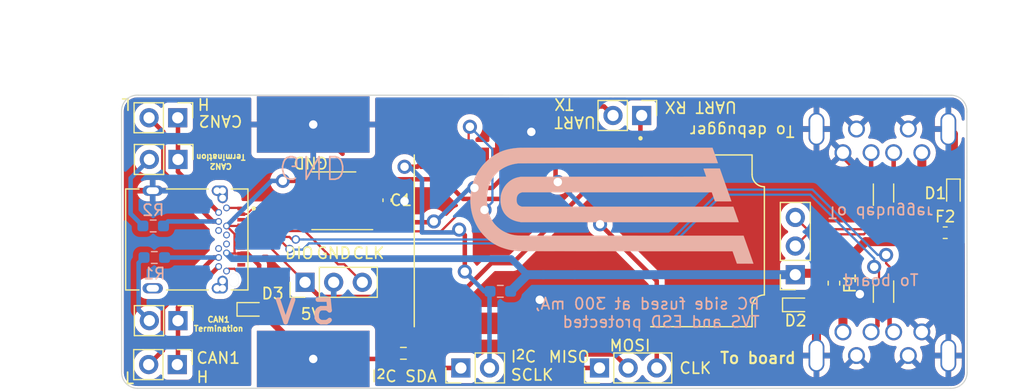
<source format=kicad_pcb>
(kicad_pcb (version 20221018) (generator pcbnew)
  (title_block (rev "${REVISION}") (company "Author:") (comment 1 "Reviewer:"))
  (layers (0 "F.Cu" signal) (31 "B.Cu" signal) (34 "B.Paste" user) (35 "F.Paste" user) (36 "B.SilkS" user "B.Silkscreen") (37 "F.SilkS" user "F.Silkscreen") (38 "B.Mask" user) (39 "F.Mask" user) (44 "Edge.Cuts" user))
  (property "REVISION" "0.1.0")
  (net 0 "")
  (net 1 "+5V")
  (net 2 "GND")
  (net 3 "/USB_PC_VBUS")
  (net 4 "/USB_PC_VBUS_2")
  (net 5 "/CAN1_H")
  (net 6 "/CAN1_L")
  (net 7 "/SWCLK")
  (net 8 "/USB_D+")
  (net 9 "/USB_D-")
  (net 10 "/SWDIO")
  (net 11 "/CAN2_L")
  (net 12 "/CAN2_H")
  (net 13 "/EXT_I2C_SDA")
  (net 14 "/EXT_I2C_SCLK")
  (net 15 "/EXT_UART_RX")
  (net 16 "/EXT_UART_TX")
  (net 17 "/EXT_SPI_MISO")
  (net 18 "/EXT_SPI_MOSI")
  (net 19 "/EXT_SPI_CLK")
  (net 20 "/USB_HOST-")
  (net 21 "/USB_HOST+")
  (net 22 "/DEBUGGER_USB_D-")
  (net 23 "/DEBUGGER_USB_D+")
  (net 24 "Net-(JP1-B)")
  (net 25 "Net-(JP2-B)")
  (net 30 "/TARGET_CAN_RX")
  (net 31 "/TARGET_CAN_TX")
  (net 44 "/USB_TO_DEBUGGER-")
  (net 45 "/USB_TO_DEBUGGER+")
  (footprint "Connector_PinHeader_2.54mm:PinHeader_1x03_P2.54mm_Vertical" (layer "F.Cu") (at 116.275 90.6 90)
    (fp_text reference "J7" hide)
    (fp_text value "Conn_01x03" hide)
  )
  (footprint "Connector_PinSocket_2.54mm:PinSocket_1x03_P2.54mm_Vertical" (layer "F.Cu") (at 159.775 89.925 180)
    (fp_text reference "J10" hide)
    (fp_text value "Conn_01x02")
  )
  (footprint "Fuse:Fuse_0603_1608Metric_Pad1.05x0.95mm_HandSolder" (layer "F.Cu") (at 173.075 86.2)
    (fp_text reference "F2")
    (fp_text value "200mA" hide)
  )
  (footprint "Connector_Wire:SolderWirePad_1x01_SMD_5x10mm" (layer "F.Cu") (at 117 76.6 90)
    (fp_text reference "J12" hide)
    (fp_text value "Conn_01x01_Pin" hide)
  )
  (footprint "frontbox:CUI_UJ31-CH-31-SMT-TR" (layer "F.Cu") (at 110.6175 86.8 -90)
    (fp_text reference "J1" hide)
    (fp_text value "USB_C_Receptacle")
    (fp_line (start -4.63 2.16) (end -4.63 1.66) (stroke (width 0.01)) (layer "Edge.Cuts"))
    (fp_line (start -4.33 1.36) (end -3.68 1.36) (stroke (width 0.01)) (layer "Edge.Cuts"))
    (fp_line (start -4.03 1.96) (end -4.03 2.16) (stroke (width 0.01)) (layer "Edge.Cuts"))
    (fp_line (start -3.68 1.96) (end -4.03 1.96) (stroke (width 0.01)) (layer "Edge.Cuts"))
    (fp_line (start 3.45 0.235) (end 3.75 0.235) (stroke (width 0.01)) (layer "Edge.Cuts"))
    (fp_line (start 3.45 1.085) (end 3.75 1.085) (stroke (width 0.01)) (layer "Edge.Cuts"))
    (fp_line (start 3.68 1.36) (end 4.33 1.36) (stroke (width 0.01)) (layer "Edge.Cuts"))
    (fp_line (start 4.03 1.96) (end 3.68 1.96) (stroke (width 0.01)) (layer "Edge.Cuts"))
    (fp_line (start 4.03 1.96) (end 4.03 2.16) (stroke (width 0.01)) (layer "Edge.Cuts"))
    (fp_line (start 4.63 2.16) (end 4.63 1.66) (stroke (width 0.01)) (layer "Edge.Cuts"))
    (fp_arc (start -4.63 1.66) (mid -4.542132 1.447868) (end -4.33 1.36) (stroke (width 0.01)) (layer "Edge.Cuts"))
    (fp_arc (start -4.03 2.16) (mid -4.33 2.46) (end -4.63 2.16) (stroke (width 0.01)) (layer "Edge.Cuts"))
    (fp_arc (start -3.68 1.36) (mid -3.38 1.66) (end -3.68 1.96) (stroke (width 0.01)) (layer "Edge.Cuts"))
    (fp_arc (start 3.45 1.085) (mid 3.025 0.66) (end 3.45 0.235) (stroke (width 0.01)) (layer "Edge.Cuts"))
    (fp_arc (start 3.68 1.96) (mid 3.38 1.66) (end 3.68 1.36) (stroke (width 0.01)) (layer "Edge.Cuts"))
    (fp_arc (start 3.75 0.235) (mid 4.175 0.66) (end 3.75 1.085) (stroke (width 0.01)) (layer "Edge.Cuts"))
    (fp_arc (start 4.33 1.36) (mid 4.542132 1.447868) (end 4.63 1.66) (stroke (width 0.01)) (layer "Edge.Cuts"))
    (fp_arc (start 4.63 2.16) (mid 4.33 2.46) (end 4.03 2.16) (stroke (width 0.01)) (layer "Edge.Cuts"))
  )
  (footprint "Package_TO_SOT_SMD:SOT-666" (layer "F.Cu") (at 167.6 82.675 90)
    (fp_text reference "U4" hide)
    (fp_text value "USBLC6-2P6" hide)
  )
  (footprint "Diag_port:UP2-AH-TH" (layer "F.Cu") (at 167.5 79.1 180)
    (fp_text reference "J9" hide)
    (fp_text value "USB_A")
  )
  (footprint "Diode_SMD:D_SOD-523" (layer "F.Cu") (at 159.9 92.6)
    (fp_text reference "D2")
    (fp_text value "5V" hide)
  )
  (footprint "Connector_PinHeader_2.54mm:PinHeader_1x02_P2.54mm_Vertical" (layer "F.Cu") (at 130.1 98.2 90)
    (fp_text reference "J2" hide)
    (fp_text value "Conn_01x02" hide)
  )
  (footprint "Diag_port:MODULE_STLINK-V3MODS" (layer "F.Cu") (at 155.936 86.92003 -90)
    (fp_text reference "U1" hide)
    (fp_text value "~" hide)
  )
  (footprint "Connector_Wire:SolderWirePad_1x01_SMD_5x10mm" (layer "F.Cu") (at 117 97.4 -90)
    (fp_text reference "J11" hide)
    (fp_text value "Conn_01x01_Pin" hide)
  )
  (footprint "Connector_PinHeader_2.54mm:PinHeader_1x02_P2.54mm_Vertical" (layer "F.Cu") (at 104.94 97.9 -90)
    (fp_text reference "J5" hide)
    (fp_text value "Conn_01x02" hide)
  )
  (footprint "Fuse:Fuse_0603_1608Metric_Pad1.05x0.95mm_HandSolder" (layer "F.Cu") (at 163.2 90.675 -90)
    (fp_text reference "F1")
    (fp_text value "200mA" hide)
  )
  (footprint "Diode_SMD:D_SOD-523" (layer "F.Cu") (at 173.8 82.7 -90)
    (fp_text reference "D1")
    (fp_text value "5V" hide)
  )
  (footprint "Capacitor_SMD:C_0402_1005Metric_Pad0.74x0.62mm_HandSolder" (layer "F.Cu") (at 123.55 83.3175 -90)
    (fp_text reference "C1")
    (fp_text value "100n" hide)
  )
  (footprint "Diag_port:UP2-AH-TH" (layer "F.Cu") (at 167.5 95)
    (fp_text reference "J8" hide)
    (fp_text value "USB_A")
  )
  (footprint "Package_SO:SOIC-8_3.9x4.9mm_P1.27mm" (layer "F.Cu") (at 118.825 83.365 180)
    (fp_text reference "U2" hide)
    (fp_text value "ATA6561-GAQW-N")
  )
  (footprint "Connector_PinHeader_2.54mm:PinHeader_1x03_P2.54mm_Vertical" (layer "F.Cu") (at 142.4 98.2 90)
    (fp_text reference "J4" hide)
    (fp_text value "Conn_01x04" hide)
  )
  (footprint "Package_TO_SOT_SMD:SOT-666" (layer "F.Cu") (at 167.6 91.575 -90)
    (fp_text reference "U3" hide)
    (fp_text value "USBLC6-2P6" hide)
  )
  (footprint "Diode_SMD:D_SOD-523" (layer "F.Cu") (at 111.5 93)
    (fp_text reference "D3")
    (fp_text value "5V")
  )
  (footprint "Connector_PinHeader_2.54mm:PinHeader_1x02_P2.54mm_Vertical" (layer "F.Cu") (at 104.975 76 -90)
    (fp_text reference "J6" hide)
    (fp_text value "Conn_01x02")
  )
  (footprint "Connector_PinHeader_2.54mm:PinHeader_1x02_P2.54mm_Vertical" (layer "F.Cu") (at 105 94 -90)
    (fp_text reference "JP1" hide)
    (fp_text value "Jumper_2_Open" hide)
  )
  (footprint "Resistor_SMD:R_0603_1608Metric_Pad0.98x0.95mm_HandSolder" (layer "F.Cu") (at 125 96.9)
    (fp_text reference "R4" hide)
    (fp_text value "680R" hide)
  )
  (footprint "Connector_PinHeader_2.54mm:PinHeader_1x02_P2.54mm_Vertical" (layer "F.Cu") (at 146.14 75.8 -90)
    (fp_text reference "J3" hide)
    (fp_text value "Conn_01x02")
  )
  (footprint "Connector_PinHeader_2.54mm:PinHeader_1x02_P2.54mm_Vertical" (layer "F.Cu") (at 105 79.7 -90)
    (fp_text reference "JP2" hide)
    (fp_text value "Jumper_2_Open" hide)
  )
  (footprint "Resistor_SMD:R_0603_1608Metric_Pad0.98x0.95mm_HandSolder" (layer "B.Cu") (at 133.6 91.4 180)
    (fp_text reference "R3" hide)
    (fp_text value "680R" hide)
  )
  (footprint "Logos:PUTM_LOGO_30mm" (layer "B.Cu") (at 144.265212 83.524274 180)
    (fp_text reference "G***" hide)
    (fp_text value "LOGO" hide)
  )
  (footprint "" (layer "B.Cu") (at 117 76.6 180)
    (fp_text reference "")
    (fp_text value "")
  )
  (footprint "Resistor_SMD:R_0603_1608Metric_Pad0.98x0.95mm_HandSolder" (layer "B.Cu") (at 102.8 85.6)
    (fp_text reference "R2")
    (fp_text value "120R" hide)
  )
  (footprint "Resistor_SMD:R_0603_1608Metric_Pad0.98x0.95mm_HandSolder" (layer "B.Cu") (at 102.9 88.4)
    (fp_text reference "R1")
    (fp_text value "120R" hide)
  )
  (footprint "Connector_Wire:SolderWirePad_1x01_SMD_5x10mm" (layer "B.Cu") (at 117 97.4 -90)
    (fp_text reference "J11" hide)
    (fp_text value "Conn_01x01_Pin" hide)
  )
  (gr_arc (start 101.4 100.003566) (mid 100.372782 99.556462) (end 100.000001 98.5) (stroke (width 0.1)) (layer "Edge.Cuts"))
  (gr_line (start 173.592782 74.002896) (end 101.496462 73.997219) (stroke (width 0.1)) (layer "Edge.Cuts"))
  (gr_line (start 101.4 100.003566) (end 173.513538 100.002781) (stroke (width 0.1)) (layer "Edge.Cuts"))
  (gr_line (start 100.000001 98.5) (end 99.992896 75.397218) (stroke (width 0.1)) (layer "Edge.Cuts"))
  (gr_arc (start 173.592782 74.002896) (mid 174.619998 74.45) (end 174.992781 75.506462) (stroke (width 0.1)) (layer "Edge.Cuts"))
  (gr_arc (start 175.017104 98.602782) (mid 174.57 99.629998) (end 173.513538 100.002781) (stroke (width 0.1)) (layer "Edge.Cuts"))
  (gr_line (start 174.992781 75.506462) (end 175.017104 98.602782) (stroke (width 0.1)) (layer "Edge.Cuts"))
  (gr_arc (start 99.992896 75.397218) (mid 100.44 74.370002) (end 101.496462 73.997219) (stroke (width 0.1)) (layer "Edge.Cuts"))
  (gr_text "PC side fused at 300 mA,\nTVS and ESD protected" (at 156.7 94.7) (layer "B.SilkS") (effects (font (size 1 1)) (justify left bottom mirror)))
  (gr_text "5 V" (at 119.1 94.4) (layer "B.SilkS") (effects (font (size 2 2) (thickness 0.4) bold) (justify left bottom mirror)))
  (gr_text "To board" (at 170.8 91) (layer "B.SilkS") (effects (font (size 1 1)) (justify left bottom mirror)))
  (gr_text "To debugger" (at 162.6 83.8 180) (layer "B.SilkS") (effects (font (size 1 1)) (justify left bottom mirror)))
  (gr_text "GND" (at 113.8 79.2 180) (layer "B.SilkS") (effects (font (size 2 2)) (justify left bottom mirror)))
  (gr_text "CAN2\nTermination" (at 108.8 79.2 180) (layer "F.SilkS") (effects (font (size 0.5 0.5) (thickness 0.125)) (justify bottom)))
  (gr_text "CAN1\n" (at 110.6 97.9) (layer "F.SilkS") (effects (font (size 1 1)) (justify right bottom)))
  (gr_text "CAN1\nTermination" (at 108.6 95) (layer "F.SilkS") (effects (font (size 0.5 0.5) (thickness 0.125)) (justify bottom)))
  (gr_text "CAN2" (at 110.8 75.7 180) (layer "F.SilkS") (effects (font (size 1 1)) (justify left bottom)))
  (gr_text "CLK" (at 149.4 98.8) (layer "F.SilkS") (effects (font (size 1 1)) (justify left bottom)))
  (gr_text "To board" (at 153 97.9) (layer "F.SilkS") (effects (font (size 1 1) (thickness 0.1875)) (justify left bottom)))
  (gr_text "UART\nTX" (at 138.3 74.2 180) (layer "F.SilkS") (effects (font (size 1 1)) (justify right bottom)))
  (gr_text "L" (at 100.9 74.2 180) (layer "F.SilkS") (effects (font (size 1 1)) (justify left bottom)))
  (gr_text "UART RX" (at 148.1 74.47 180) (layer "F.SilkS") (effects (font (size 1 1)) (justify right bottom)))
  (gr_text "GND" (at 117.2 88.6) (layer "F.SilkS") (effects (font (size 1 1)) (justify left bottom)))
  (gr_text "To debugger" (at 159.8 76.6 180) (layer "F.SilkS") (effects (font (size 1 1)) (justify left bottom)))
  (gr_text "CLK" (at 120.4 88.6) (layer "F.SilkS") (effects (font (size 1 1)) (justify left bottom)))
  (gr_text "L" (at 101.2 99.7) (layer "F.SilkS") (effects (font (size 1 1)) (justify right bottom)))
  (gr_text "GND" (at 118.4 79.4 180) (layer "F.SilkS") (effects (font (size 1 1)) (justify left bottom)))
  (gr_text "5V" (at 115.8 94) (layer "F.SilkS") (effects (font (size 1 1)) (justify left bottom)))
  (gr_text "I^{2}C\nSCLK" (at 134.44 99.4) (layer "F.SilkS") (effects (font (size 1 1)) (justify left bottom)))
  (gr_text "I^{2}C SDA" (at 128.07 99.53) (layer "F.SilkS") (effects (font (size 1 1)) (justify right bottom)))
  (gr_text "MOSI" (at 143.2 96.8) (layer "F.SilkS") (effects (font (size 1 1)) (justify left bottom)))
  (gr_text "MISO" (at 137.8 97.8) (layer "F.SilkS") (effects (font (size 1 1)) (justify left bottom)))
  (gr_text "DIO" (at 114.4 88.6) (layer "F.SilkS") (effects (font (size 1 1)) (justify left bottom)))
  (gr_text "H" (at 107.9 74.2 180) (layer "F.SilkS") (effects (font (size 1 1)) (justify left bottom)))
  (gr_text "H" (at 107.8 99.6) (layer "F.SilkS") (effects (font (size 1 1)) (justify right bottom)))
  (segment (start 111.1675 88.05) (end 112.2 89.0825) (width 0.4) (layer "F.Cu") (net 1))
  (segment (start 159.9 89.8) (end 159.775 89.925) (width 0.8) (layer "F.Cu") (net 1))
  (segment (start 114.3 81.6) (end 116.21 81.6) (width 0.4) (layer "F.Cu") (net 1))
  (segment (start 109.3075 85.6) (end 110.0175 86.31) (width 0.2) (layer "F.Cu") (net 1))
  (segment (start 167.6 92.5) (end 167.6 92.1) (width 0.2) (layer "F.Cu") (net 1))
  (segment (start 121.3 82.73) (end 123.53 82.73) (width 0.2) (layer "F.Cu") (net 1))
  (segment (start 110.6175 88.05) (end 109.3575 88.05) (width 0.2) (layer "F.Cu") (net 1))
  (segment (start 171.405331 86.994669) (end 172.2 86.2) (width 0.8) (layer "F.Cu") (net 1))
  (segment (start 110.0175 87.96) (end 110.1075 88.05) (width 0.2) (layer "F.Cu") (net 1))
  (segment (start 116.21 81.6) (end 116.35 81.46) (width 0.2) (layer "F.Cu") (net 1))
  (segment (start 110.6175 88.05) (end 111.1675 88.05) (width 0.4) (layer "F.Cu") (net 1))
  (segment (start 123.9 96.775) (end 123.275 97.4) (width 0.4) (layer "F.Cu") (net 1))
  (segment (start 163.2 89.8) (end 166.005331 86.994669) (width 0.8) (layer "F.Cu") (net 1))
  (segment (start 163.2 89.8) (end 159.9 89.8) (width 0.8) (layer "F.Cu") (net 1))
  (segment (start 167.6 81.75) (end 167.6 82.1) (width 0.2) (layer "F.Cu") (net 1))
  (segment (start 109.3075 85.6) (end 110.5675 85.6) (width 0.2) (layer "F.Cu") (net 1))
  (segment (start 116.35 81.46) (end 117.56 81.46) (width 0.4) (layer "F.Cu") (net 1))
  (segment (start 110.5675 85.6) (end 110.6175 85.55) (width 0.2) (layer "F.Cu") (net 1))
  (segment (start 121.22 82.65) (end 121.3 82.73) (width 0.2) (layer "F.Cu") (net 1))
  (segment (start 123.275 97.4) (end 117 97.4) (width 0.4) (layer "F.Cu") (net 1))
  (segment (start 109.3575 88.05) (end 109.3075 88) (width 0.2) (layer "F.Cu") (net 1))
  (segment (start 112.2 89.0825) (end 112.2 93) (width 0.4) (layer "F.Cu") (net 1))
  (segment (start 110.0175 86.31) (end 110.0175 87.96) (width 0.2) (layer "F.Cu") (net 1))
  (segment (start 171.7 86.2) (end 172.2 86.2) (width 0.2) (layer "F.Cu") (net 1))
  (segment (start 167.6 82.1) (end 171.7 86.2) (width 0.2) (layer "F.Cu") (net 1))
  (segment (start 171.405331 88.294669) (end 171.405331 86.994669) (width 0.2) (layer "F.Cu") (net 1))
  (segment (start 167.6 92.1) (end 171.405331 88.294669) (width 0.2) (layer "F.Cu") (net 1))
  (segment (start 166.005331 86.994669) (end 171.405331 86.994669) (width 0.8) (layer "F.Cu") (net 1))
  (segment (start 117.56 81.46) (end 118.75 82.65) (width 0.4) (layer "F.Cu") (net 1))
  (segment (start 117 97.4) (end 116.6 97.4) (width 0.6) (layer "F.Cu") (net 1))
  (segment (start 110.1075 88.05) (end 110.6175 88.05) (width 0.2) (layer "F.Cu") (net 1))
  (segment (start 118.75 82.65) (end 121.22 82.65) (width 0.4) (layer "F.Cu") (net 1))
  (segment (start 116.6 97.4) (end 112.2 93) (width 0.6) (layer "F.Cu") (net 1))
  (via (at 117 97.4) (size 1.25) (drill 0.75) (layers "F.Cu" "B.Cu") (net 1))
  (via (at 114.3 81.6) (size 1.25) (drill 0.75) (layers "F.Cu" "B.Cu") (net 1))
  (segment (start 137.415 89.925) (end 140.2 89.925) (width 0.8) (layer "B.Cu") (net 1))
  (segment (start 135.9875 89.925) (end 137.415 89.925) (width 0.8) (layer "B.Cu") (net 1))
  (segment (start 110 84.9) (end 113.3 81.6) (width 0.4) (layer "B.Cu") (net 1))
  (segment (start 134.5125 91.4) (end 135.9875 89.925) (width 0.8) (layer "B.Cu") (net 1))
  (segment (start 140.2 89.925) (end 159.775 89.925) (width 0.8) (layer "B.Cu") (net 1))
  (segment (start 110 84.9075) (end 110 84.9) (width 0.2) (layer "B.Cu") (net 1))
  (segment (start 113.3 81.6) (end 114.3 81.6) (width 0.4) (layer "B.Cu") (net 1))
  (segment (start 134.5625 88.5) (end 135.9875 89.925) (width 0.6) (layer "B.Cu") (net 1))
  (segment (start 109.8075 88.5) (end 134.5625 88.5) (width 0.6) (layer "B.Cu") (net 1))
  (segment (start 109.3075 85.6) (end 110 84.9075) (width 0.4) (layer "B.Cu") (net 1))
  (segment (start 109.3075 88) (end 109.8075 88.5) (width 0.6) (layer "B.Cu") (net 1))
  (segment (start 111 92.8) (end 110.8 93) (width 0.4) (layer "F.Cu") (net 2))
  (segment (start 161.65 95.05) (end 159.2 92.6) (width 0.8) (layer "F.Cu") (net 2))
  (segment (start 110.5675 84) (end 110.6175 84.05) (width 0.2) (layer "F.Cu") (net 2))
  (segment (start 119.6 79.2) (end 117 76.6) (width 0.4) (layer "F.Cu") (net 2))
  (segment (start 110.6175 89.55) (end 110.8 89.7325) (width 0.4) (layer "F.Cu") (net 2))
  (segment (start 137.14 79.6) (end 137.14 78.04) (width 0.2) (layer "F.Cu") (net 2))
  (segment (start 123.58 83.73) (end 123.6 83.75) (width 0.2) (layer "F.Cu") (net 2))
  (segment (start 167.6 91.175) (end 167.6 90.65) (width 0.2) (layer "F.Cu") (net 2))
  (segment (start 138.41 94.24006) (end 139.68 94.24006) (width 0.2) (layer "F.Cu") (net 2))
  (segment (start 165.65 91.7) (end 165.5 91.65) (width 0.2) (layer "F.Cu") (net 2))
  (segment (start 161.65 97.1) (end 161.65 95.05) (width 0.8) (layer "F.Cu") (net 2))
  (segment (start 109.3075 84) (end 110.5675 84) (width 0.2) (layer "F.Cu") (net 2))
  (segment (start 110.6175 89.55) (end 110.1675 89.55) (width 0.2) (layer "F.Cu") (net 2))
  (segment (start 173.8 82) (end 173.8 77.45) (width 0.8) (layer "F.Cu") (net 2))
  (segment (start 165.7 91.7) (end 165.65 91.7) (width 0.2) (layer "F.Cu") (net 2))
  (segment (start 109.5075 89.4) (end 109.3075 89.6) (width 0.2) (layer "F.Cu") (net 2))
  (segment (start 167.6 83.6) (end 167.6 83.2) (width 0.2) (layer "F.Cu") (net 2))
  (segment (start 110.6175 84.05) (end 110.75 84.05) (width 0.2) (layer "F.Cu") (net 2))
  (segment (start 110.1675 89.55) (end 110.0175 89.4) (width 0.2) (layer "F.Cu") (net 2))
  (segment (start 137.14 78.04) (end 136.5 77.4) (width 0.2) (layer "F.Cu") (net 2))
  (segment (start 136.5 77.4) (end 136.35 77.25) (width 0.2) (layer "F.Cu") (net 2))
  (segment (start 167.6 83.2) (end 164 79.6) (width 0.2) (layer "F.Cu") (net 2))
  (segment (start 120.74363 84) (end 121.3 84) (width 0.4) (layer "F.Cu") (net 2))
  (segment (start 165.5 91.65) (end 165.75 91.7) (width 0.2) (layer "F.Cu") (net 2))
  (segment (start 165.75 91.7) (end 167.075 91.7) (width 0.2) (layer "F.Cu") (net 2))
  (segment (start 164 79.6) (end 164 79.1) (width 0.2) (layer "F.Cu") (net 2))
  (segment (start 110.75 84.05) (end 111.8 83) (width 0.2) (layer "F.Cu") (net 2))
  (segment (start 167.075 91.7) (end 167.6 91.175) (width 0.2) (layer "F.Cu") (net 2))
  (segment (start 120.887893 84) (end 121.3 84) (width 0.4) (layer "F.Cu") (net 2))
  (segment (start 110.0175 89.4) (end 109.5075 89.4) (width 0.2) (layer "F.Cu") (net 2))
  (segment (start 173.8 77.45) (end 173.35 77) (width 0.8) (layer "F.Cu") (net 2))
  (segment (start 110.8 89.7325) (end 111 89.9325) (width 0.4) (layer "F.Cu") (net 2))
  (segment (start 111 89.9325) (end 111 92.8) (width 0.4) (layer "F.Cu") (net 2))
  (via (at 136.35 77.25) (size 1.25) (drill 0.75) (layers "F.Cu" "B.Cu") (net 2))
  (via (at 125.1 83.4) (size 1.25) (drill 0.75) (layers "F.Cu" "B.Cu") (net 2))
  (via (at 117 76.6) (size 1.25) (drill 0.75) (layers "F.Cu" "B.Cu") (net 2))
  (via (at 165.5 91.65) (size 1.25) (drill 0.75) (layers "F.Cu" "B.Cu") (net 2))
  (via (at 137.1 92.15) (size 1.25) (drill 0.75) (layers "F.Cu" "B.Cu") (net 2))
  (segment (start 164 92.35) (end 163.2 91.55) (width 0.8) (layer "F.Cu") (net 3))
  (segment (start 160.6 92.6) (end 162.15 92.6) (width 0.8) (layer "F.Cu") (net 3))
  (segment (start 162.15 92.6) (end 163.2 91.55) (width 0.8) (layer "F.Cu") (net 3))
  (segment (start 164 95) (end 164 92.35) (width 0.8) (layer "F.Cu") (net 3))
  (segment (start 171 79.1) (end 171 80.6) (width 0.8) (layer "F.Cu") (net 4))
  (segment (start 173.95 83.55) (end 173.8 83.4) (width 0.8) (layer "F.Cu") (net 4))
  (segment (start 173.95 86.2) (end 173.95 83.55) (width 0.8) (layer "F.Cu") (net 4))
  (segment (start 171 80.6) (end 173.8 83.4) (width 0.8) (layer "F.Cu") (net 4))
  (segment (start 105 92.8075) (end 108.6075 89.2) (width 0.4) (layer "F.Cu") (net 5))
  (segment (start 105 94) (end 105 92.8075) (width 0.4) (layer "F.Cu") (net 5))
  (segment (start 111.6775 84) (end 116.35 84) (width 0.15) (layer "F.Cu") (net 5))
  (segment (start 105 97.84) (end 104.94 97.9) (width 0.6) (layer "F.Cu") (net 5))
  (segment (start 111.1275 84.55) (end 111.6775 84) (width 0.15) (layer "F.Cu") (net 5))
  (segment (start 105 94) (end 105 97.84) (width 0.4) (layer "F.Cu") (net 5))
  (segment (start 110.6175 84.55) (end 111.1275 84.55) (width 0.15) (layer "F.Cu") (net 5))
  (segment (start 110.6175 85.05) (end 115.06467 85.05) (width 0.15) (layer "F.Cu") (net 6))
  (segment (start 108.183236 88.4) (end 103.66 92.923236) (width 0.4) (layer "F.Cu") (net 6))
  (segment (start 117.6 83.3) (end 117.03 82.73) (width 0.15) (layer "F.Cu") (net 6))
  (segment (start 108.6075 88.4) (end 108.183236 88.4) (width 0.4) (layer "F.Cu") (net 6))
  (segment (start 103.66 96.64) (end 102.4 97.9) (width 0.4) (layer "F.Cu") (net 6))
  (segment (start 115.06467 85.05) (end 115.51467 84.6) (width 0.15) (layer "F.Cu") (net 6))
  (segment (start 117.25533 84.6) (end 117.6 84.25533) (width 0.15) (layer "F.Cu") (net 6))
  (segment (start 117.6 84.25533) (end 117.6 83.3) (width 0.15) (layer "F.Cu") (net 6))
  (segment (start 103.66 92.923236) (end 103.66 96.64) (width 0.4) (layer "F.Cu") (net 6))
  (segment (start 115.51467 84.6) (end 117.25533 84.6) (width 0.15) (layer "F.Cu") (net 6))
  (segment (start 117.03 82.73) (end 116.35 82.73) (width 0.15) (layer "F.Cu") (net 6))
  (segment (start 103.8125 88.4) (end 108.6075 88.4) (width 0.4) (layer "B.Cu") (net 6))
  (segment (start 131.8745 84.5) (end 129.9 84.5) (width 0.2) (layer "F.Cu") (net 7))
  (segment (start 110.6175 86.05) (end 112.219974 86.05) (width 0.2) (layer "F.Cu") (net 7))
  (segment (start 116.275 86.075) (end 116.25 86.05) (width 0.2) (layer "F.Cu") (net 7))
  (segment (start 112.219974 86.05) (end 116.25 86.05) (width 0.2) (layer "F.Cu") (net 7))
  (segment (start 119.755 89) (end 121.355 90.6) (width 0.2) (layer "F.Cu") (net 7))
  (segment (start 132.2 84.1745) (end 131.8745 84.5) (width 0.2) (layer "F.Cu") (net 7))
  (segment (start 130.79 76.91) (end 130.79 79.6) (width 0.2) (layer "F.Cu") (net 7))
  (segment (start 129.9 84.5) (end 128.325 86.075) (width 0.2) (layer "F.Cu") (net 7))
  (segment (start 128.325 86.075) (end 116.275 86.075) (width 0.2) (layer "F.Cu") (net 7))
  (segment (start 130.9 76.8) (end 130.79 76.91) (width 0.2) (layer "F.Cu") (net 7))
  (segment (start 119.2 89) (end 119.755 89) (width 0.2) (layer "F.Cu") (net 7))
  (segment (start 116.25 86.05) (end 119.2 89) (width 0.2) (layer "F.Cu") (net 7))
  (via (at 132.2 84.1745) (size 1.25) (drill 0.75) (layers "F.Cu" "B.Cu") (net 7))
  (via (at 130.9 76.8) (size 1.25) (drill 0.75) (layers "F.Cu" "B.Cu") (net 7))
  (segment (start 132.9 83.4745) (end 132.9 78.8) (width 0.2) (layer "B.Cu") (net 7))
  (segment (start 132.9 78.8) (end 130.9 76.8) (width 0.2) (layer "B.Cu") (net 7))
  (segment (start 132.2 84.1745) (end 132.9 83.4745) (width 0.2) (layer "B.Cu") (net 7))
  (segment (start 111.167501 86.575) (end 111.142501 86.55) (width 0.2) (layer "F.Cu") (net 8))
  (segment (start 114.893199 86.575) (end 111.167501 86.575) (width 0.2) (layer "F.Cu") (net 8))
  (segment (start 167.830331 88.912132) (end 167.830331 88.169669) (width 0.2) (layer "F.Cu") (net 8))
  (segment (start 115.099741 86.781542) (end 115.381542 86.781542) (width 0.2) (layer "F.Cu") (net 8))
  (segment (start 115.099741 86.781542) (end 114.893199 86.575) (width 0.2) (layer "F.Cu") (net 8))
  (segment (start 168.1375 89.219301) (end 167.830331 88.912132) (width 0.2) (layer "F.Cu") (net 8))
  (segment (start 168.1375 90.725) (end 168.1375 89.219301) (width 0.2) (layer "F.Cu") (net 8))
  (segment (start 115.381542 86.781542) (end 115.4 86.8) (width 0.2) (layer "F.Cu") (net 8))
  (segment (start 111.142501 86.55) (end 110.6175 86.55) (width 0.2) (layer "F.Cu") (net 8))
  (via (at 167.830331 88.169669) (size 1.25) (drill 0.75) (layers "F.Cu" "B.Cu") (net 8))
  (via (at 115.45 86.8) (size 0.75) (drill 0.5) (layers "F.Cu" "B.Cu") (net 8))
  (segment (start 116.116822 86.8) (end 148.805026 86.8) (width 0.2) (layer "B.Cu") (net 8))
  (segment (start 161.293199 82.375) (end 167.087868 88.169669) (width 0.2) (layer "B.Cu") (net 8))
  (segment (start 167.087868 88.169669) (end 167.830331 88.169669) (width 0.2) (layer "B.Cu") (net 8))
  (segment (start 153.230026 82.375) (end 161.293199 82.375) (width 0.2) (layer "B.Cu") (net 8))
  (segment (start 115.4 86.8) (end 115.45 86.8) (width 0.2) (layer "B.Cu") (net 8))
  (segment (start 148.805026 86.8) (end 153.230026 82.375) (width 0.2) (layer "B.Cu") (net 8))
  (segment (start 115.45 86.8) (end 116.116822 86.8) (width 0.2) (layer "B.Cu") (net 8))
  (segment (start 110.6175 87.05) (end 111.142501 87.05) (width 0.2) (layer "F.Cu") (net 9))
  (segment (start 167.2 90.5875) (end 167.2 89.660662) (width 0.2) (layer "F.Cu") (net 9))
  (segment (start 114.225 87.025) (end 114.853554 87.653554) (width 0.2) (layer "F.Cu") (net 9))
  (segment (start 111.142501 87.05) (end 111.167501 87.025) (width 0.2) (layer "F.Cu") (net 9))
  (segment (start 111.167501 87.025) (end 114.225 87.025) (width 0.2) (layer "F.Cu") (net 9))
  (segment (start 167.0625 90.725) (end 167.2 90.5875) (width 0.2) (layer "F.Cu") (net 9))
  (segment (start 114.95 87.65) (end 114.946446 87.653554) (width 0.2) (layer "F.Cu") (net 9))
  (segment (start 167.2 89.660662) (end 166.769669 89.230331) (width 0.2) (layer "F.Cu") (net 9))
  (segment (start 114.853554 87.653554) (end 114.9 87.65) (width 0.2) (layer "F.Cu") (net 9))
  (segment (start 114.9 87.65) (end 114.95 87.65) (width 0.2) (layer "F.Cu") (net 9))
  (via (at 114.9 87.65) (size 0.75) (drill 0.5) (layers "F.Cu" "B.Cu") (net 9))
  (via (at 166.769669 89.230331) (size 1.25) (drill 0.75) (layers "F.Cu" "B.Cu") (net 9))
  (segment (start 166.769669 88.487868) (end 166.769669 89.230331) (width 0.2) (layer "B.Cu") (net 9))
  (segment (start 153.275 82.825) (end 161.106801 82.825) (width 0.2) (layer "B.Cu") (net 9))
  (segment (start 114.946446 87.653554) (end 114.992892 87.7) (width 0.2) (layer "B.Cu") (net 9))
  (segment (start 116.06379 87.7) (end 116.61379 87.15) (width 0.2) (layer "B.Cu") (net 9))
  (segment (start 114.992892 87.7) (end 116.06379 87.7) (width 0.2) (layer "B.Cu") (net 9))
  (segment (start 161.106801 82.825) (end 166.769669 88.487868) (width 0.2) (layer "B.Cu") (net 9))
  (segment (start 148.95 87.15) (end 153.275 82.825) (width 0.2) (layer "B.Cu") (net 9))
  (segment (start 116.61379 87.15) (end 148.95 87.15) (width 0.2) (layer "B.Cu") (net 9))
  (segment (start 142.22 81.38) (end 134.7 88.9) (width 0.4) (layer "F.Cu") (net 10))
  (segment (start 142.22 79.6) (end 142.22 81.38) (width 0.4) (layer "F.Cu") (net 10))
  (segment (start 116.275 90.6) (end 113.225 87.55) (width 0.2) (layer "F.Cu") (net 10))
  (segment (start 117.575 91.9) (end 116.275 90.6) (width 0.4) (layer "F.Cu") (net 10))
  (segment (start 132.8 88.9) (end 129.8 91.9) (width 0.4) (layer "F.Cu") (net 10))
  (segment (start 134.7 88.9) (end 132.8 88.9) (width 0.4) (layer "F.Cu") (net 10))
  (segment (start 113.225 87.55) (end 110.6175 87.55) (width 0.2) (layer "F.Cu") (net 10))
  (segment (start 129.8 91.9) (end 117.575 91.9) (width 0.4) (layer "F.Cu") (net 10))
  (segment (start 103.7 77.265) (end 102.435 76) (width 0.4) (layer "F.Cu") (net 11))
  (segment (start 108.6075 85.2) (end 108.1 85.2) (width 0.4) (layer "F.Cu") (net 11))
  (segment (start 108.1 85.2) (end 103.7 80.8) (width 0.4) (layer "F.Cu") (net 11))
  (segment (start 103.7 80.8) (end 103.7 77.265) (width 0.4) (layer "F.Cu") (net 11))
  (segment (start 108.6075 85.2) (end 104.1125 85.2) (width 0.4) (layer "B.Cu") (net 11))
  (segment (start 104.1125 85.2) (end 103.7125 85.6) (width 0.4) (layer "B.Cu") (net 11))
  (segment (start 108.6075 84.4) (end 105 80.7925) (width 0.4) (layer "F.Cu") (net 12))
  (segment (start 105 76.025) (end 104.975 76) (width 0.4) (layer "F.Cu") (net 12))
  (segment (start 105 80.7925) (end 105 79.7) (width 0.4) (layer "F.Cu") (net 12))
  (segment (start 105 79.7) (end 105 76.025) (width 0.4) (layer "F.Cu") (net 12))
  (segment (start 125.9125 96.9) (end 127.2125 98.2) (width 0.4) (layer "F.Cu") (net 13))
  (segment (start 126.98 95.8325) (end 125.9125 96.9) (width 0.4) (layer "F.Cu") (net 13))
  (segment (start 126.98 94.24006) (end 126.98 95.8325) (width 0.4) (layer "F.Cu") (net 13))
  (segment (start 127.2125 98.2) (end 130.1 98.2) (width 0.4) (layer "F.Cu") (net 13))
  (segment (start 130.45 89.65) (end 130.45 86.4255) (width 0.4) (layer "F.Cu") (net 14))
  (segment (start 125.1 80.35) (end 125.25 80.5) (width 0.4) (layer "F.Cu") (net 14))
  (segment (start 130.45 86.4255) (end 129.95 85.9255) (width 0.4) (layer "F.Cu") (net 14))
  (segment (start 130.487701 89.7) (end 130.487701 89.687701) (width 0.4) (layer "F.Cu") (net 14))
  (segment (start 126.23 80.35) (end 126.98 79.6) (width 0.4) (layer "F.Cu") (net 14))
  (segment (start 125.1 80.35) (end 126.23 80.35) (width 0.4) (layer "F.Cu") (net 14))
  (via (at 125.1 80.35) (size 1.25) (drill 0.75) (layers "F.Cu" "B.Cu") (net 14))
  (via (at 129.95 85.9255) (size 1.25) (drill 0.75) (layers "F.Cu" "B.Cu") (net 14))
  (via (at 130.45 89.65) (size 1.25) (drill 0.75) (layers "F.Cu" "B.Cu") (net 14))
  (segment (start 132.187701 91.4) (end 132.6875 91.4) (width 0.4) (layer "B.Cu") (net 14))
  (segment (start 126.649695 86.175) (end 126.649695 81.449695) (width 0.4) (layer "B.Cu") (net 14))
  (segment (start 126.649695 81.449695) (end 125.55 80.35) (width 0.4) (layer "B.Cu") (net 14))
  (segment (start 130.487701 89.7) (end 132.187701 91.4) (width 0.4) (layer "B.Cu") (net 14))
  (segment (start 132.6875 91.4) (end 132.64 91.4475) (width 0.4) (layer "B.Cu") (net 14))
  (segment (start 125.55 80.35) (end 125.1 80.35) (width 0.4) (layer "B.Cu") (net 14))
  (segment (start 126.649695 86.175) (end 129.7005 86.175) (width 0.4) (layer "B.Cu") (net 14))
  (segment (start 129.7005 86.175) (end 129.95 85.9255) (width 0.4) (layer "B.Cu") (net 14))
  (segment (start 132.64 91.4475) (end 132.64 98.2) (width 0.4) (layer "B.Cu") (net 14))
  (segment (start 146.03 75.91) (end 146.14 75.8) (width 0.4) (layer "F.Cu") (net 15))
  (segment (start 146.03 79.6) (end 146.03 75.91) (width 0.4) (layer "F.Cu") (net 15))
  (segment (start 143.6 75.8) (end 142.8 75) (width 0.4) (layer "F.Cu") (net 16))
  (segment (start 142.8 75) (end 134.9 75) (width 0.4) (layer "F.Cu") (net 16))
  (segment (start 133.33 76.57) (end 133.33 79.6) (width 0.4) (layer "F.Cu") (net 16))
  (segment (start 134.9 75) (end 133.33 76.57) (width 0.4) (layer "F.Cu") (net 16))
  (segment (start 134.6 94.24006) (end 134.6 95.59002) (width 0.4) (layer "F.Cu") (net 17))
  (segment (start 134.6 95.59002) (end 137.20998 98.2) (width 0.4) (layer "F.Cu") (net 17))
  (segment (start 137.20998 98.2) (end 142.4 98.2) (width 0.4) (layer "F.Cu") (net 17))
  (segment (start 143.74 97) (end 144.94 98.2) (width 0.4) (layer "F.Cu") (net 18))
  (segment (start 138.98493 97) (end 143.74 97) (width 0.4) (layer "F.Cu") (net 18))
  (segment (start 137.14 95.15507) (end 138.98493 97) (width 0.4) (layer "F.Cu") (net 18))
  (segment (start 137.14 94.24006) (end 137.14 95.15507) (width 0.4) (layer "F.Cu") (net 18))
  (segment (start 138.5 79.69) (end 138.41 79.6) (width 0.4) (layer "F.Cu") (net 19))
  (segment (start 138.7 81.7) (end 138.5 81.5) (width 0.4) (layer "F.Cu") (net 19))
  (segment (start 147.48 90.48) (end 147.48 98.2) (width 0.4) (layer "F.Cu") (net 19))
  (segment (start 138.5 81.5) (end 138.5 79.69) (width 0.4) (layer "F.Cu") (net 19))
  (segment (start 142.45 85.45) (end 147.48 90.48) (width 0.4) (layer "F.Cu") (net 19))
  (via (at 142.45 85.45) (size 1.25) (drill 0.75) (layers "F.Cu" "B.Cu") (net 19))
  (via (at 138.7 81.7) (size 1.25) (drill 0.75) (layers "F.Cu" "B.Cu") (net 19))
  (segment (start 142.45 85.45) (end 138.7 81.7) (width 0.4) (layer "B.Cu") (net 19))
  (segment (start 167.0625 94.4375) (end 166.5 95) (width 0.4) (layer "F.Cu") (net 20))
  (segment (start 167.0625 92.425) (end 167.0625 94.4375) (width 0.4) (layer "F.Cu") (net 20))
  (segment (start 168.1375 92.425) (end 168.1375 94.6375) (width 0.4) (layer "F.Cu") (net 21))
  (segment (start 168.1375 94.6375) (end 168.5 95) (width 0.4) (layer "F.Cu") (net 21))
  (segment (start 168.1375 83.525) (end 168.2 83.5875) (width 0.2) (layer "F.Cu") (net 22))
  (segment (start 165.859999 86.340001) (end 160.819999 86.340001) (width 0.2) (layer "F.Cu") (net 22))
  (segment (start 168.2 83.5875) (end 168.2 84) (width 0.2) (layer "F.Cu") (net 22))
  (segment (start 168.2 84) (end 165.859999 86.340001) (width 0.2) (layer "F.Cu") (net 22))
  (segment (start 160.819999 86.340001) (end 159.775 87.385) (width 0.2) (layer "F.Cu") (net 22))
  (segment (start 165.710001 85.889999) (end 160.819999 85.889999) (width 0.2) (layer "F.Cu") (net 23))
  (segment (start 167.0625 83.525) (end 167.0625 84.5375) (width 0.2) (layer "F.Cu") (net 23))
  (segment (start 160.819999 85.889999) (end 159.775 84.845) (width 0.2) (layer "F.Cu") (net 23))
  (segment (start 167.0625 84.5375) (end 165.710001 85.889999) (width 0.2) (layer "F.Cu") (net 23))
  (segment (start 101.5075 93.0475) (end 101.5075 88.88) (width 0.4) (layer "B.Cu") (net 24))
  (segment (start 101.5075 88.88) (end 101.9875 88.4) (width 0.4) (layer "B.Cu") (net 24))
  (segment (start 102.46 94) (end 101.5075 93.0475) (width 0.4) (layer "B.Cu") (net 24))
  (segment (start 102.46 79.7) (end 100.8 81.36) (width 0.4) (layer "B.Cu") (net 25))
  (segment (start 100.8 81.36) (end 100.8 84.5125) (width 0.4) (layer "B.Cu") (net 25))
  (segment (start 100.8 84.5125) (end 101.8875 85.6) (width 0.4) (layer "B.Cu") (net 25))
  (segment (start 135.87 80.94996) (end 133.61996 83.2) (width 0.4) (layer "F.Cu") (net 30))
  (segment (start 133.61996 83.2) (end 130.3 83.2) (width 0.4) (layer "F.Cu") (net 30))
  (segment (start 128.56 81.46) (end 121.3 81.46) (width 0.4) (layer "F.Cu") (net 30))
  (segment (start 135.87 79.6) (end 135.87 80.94996) (width 0.4) (layer "F.Cu") (net 30))
  (segment (start 130.3 83.2) (end 128.56 81.46) (width 0.4) (layer "F.Cu") (net 30))
  (segment (start 127.7 85.2) (end 127.63 85.27) (width 0.4) (layer "F.Cu") (net 31))
  (segment (start 131.3 82.2255) (end 132.88951 82.2255) (width 0.4) (layer "F.Cu") (net 31))
  (segment (start 127.63 85.27) (end 121.3 85.27) (width 0.4) (layer "F.Cu") (net 31))
  (segment (start 132.88951 82.2255) (end 134.6 80.51501) (width 0.4) (layer "F.Cu") (net 31))
  (segment (start 134.6 80.51501) (end 134.6 79.6) (width 0.4) (layer "F.Cu") (net 31))
  (via (at 127.7 85.2) (size 1.25) (drill 0.75) (layers "F.Cu" "B.Cu") (net 31))
  (via (at 131.3 82.2255) (size 1.25) (drill 0.75) (layers "F.Cu" "B.Cu") (net 31))
  (segment (start 127.9 85.2) (end 127.7 85.2) (width 0.4) (layer "B.Cu") (net 31))
  (segment (start 131.3 82.2255) (end 130.8745 82.2255) (width 0.4) (layer "B.Cu") (net 31))
  (segment (start 130.8745 82.2255) (end 127.9 85.2) (width 0.4) (layer "B.Cu") (net 31))
  (segment (start 168.5 81.4625) (end 168.1375 81.825) (width 0.4) (layer "F.Cu") (net 44))
  (segment (start 168.5 79.1) (end 168.5 81.4625) (width 0.4) (layer "F.Cu") (net 44))
  (segment (start 166.5 79.1) (end 166.5 81.2625) (width 0.4) (layer "F.Cu") (net 45))
  (segment (start 166.5 81.2625) (end 167.0625 81.825) (width 0.4) (layer "F.Cu") (net 45))
  (zone (net 2) (net_name "GND") (layers "F&B.Cu") (connect_pads (clearance 0.5)) (min_thickness 0.25) (fill yes (thermal_gap 0.5) (thermal_bridge_width 0.5))
    (polygon (pts (xy 100 74) (xy 175 74) (xy 175 100.2) (xy 100 100.2)))
  )
)
</source>
